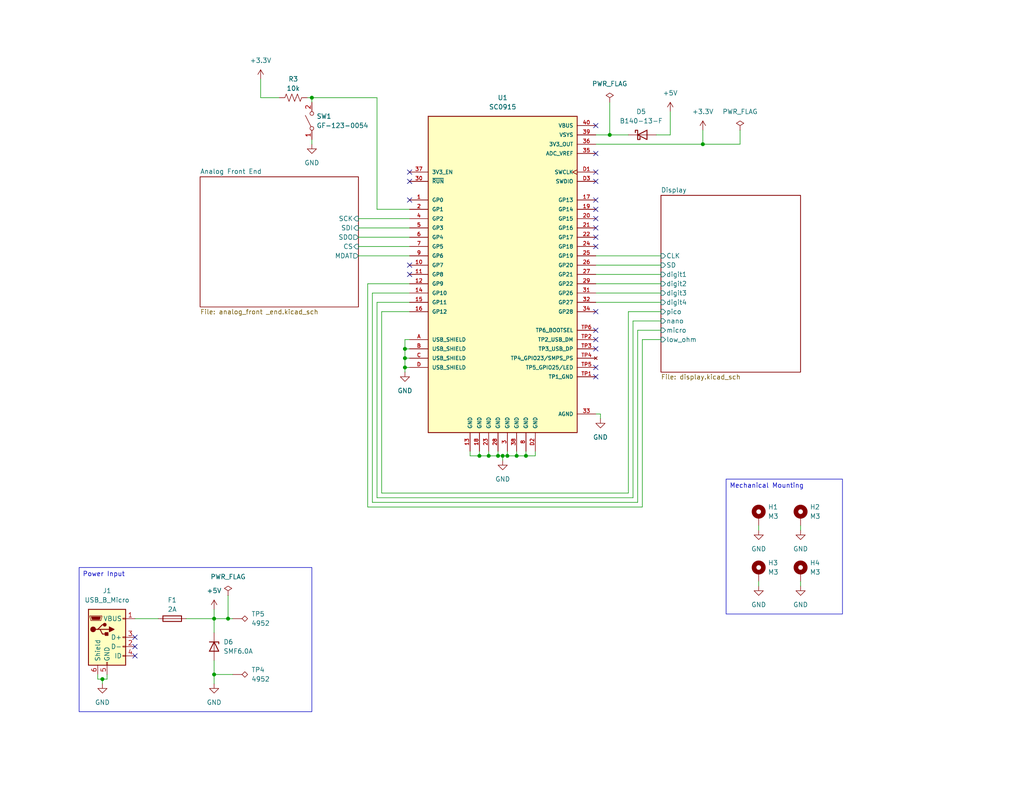
<source format=kicad_sch>
(kicad_sch (version 20231120) (generator "eeschema") (generator_version "8.0")
  (paper "USLetter")
  (title_block (title "Multimeter") (rev "1"))
  (lib_symbols
    (symbol "Connector:TestPoint_Alt" (pin_numbers hide) (pin_names (offset 0.762) hide)
      (property "Reference" "TP" (at 0 6.858 0))
      (property "Value" "TestPoint_Alt" (at 0 5.08 0))
      (symbol "TestPoint_Alt_0_1"
        (polyline (pts (xy 0 2.54) (xy -0.762 3.302) (xy 0 4.064) (xy 0.762 3.302) (xy 0 2.54)))
      )
      (symbol "TestPoint_Alt_1_1"
        (pin passive line (at 0 0 90) (length 2.54) (name "1") (number "1"))
      )
    )
    (symbol "Connector:USB_B_Micro" (pin_names (offset 1.016))
      (property "Reference" "J" (at -5.08 11.43 0))
      (property "Value" "USB_B_Micro" (at -5.08 8.89 0))
      (symbol "USB_B_Micro_0_1"
        (rectangle (start -5.08 -7.62) (end 5.08 7.62) (stroke (width 0.254)) (fill (type background)))
        (circle (center -3.81 2.159) (radius 0.635) (stroke (width 0.254)) (fill (type outline)))
        (circle (center -0.635 3.429) (radius 0.381) (stroke (width 0.254)) (fill (type outline)))
        (rectangle (start -0.127 -7.62) (end 0.127 -6.858))
        (polyline (pts (xy -1.905 2.159) (xy 0.635 2.159)) (stroke (width 0.254)))
        (polyline (pts (xy -3.175 2.159) (xy -2.54 2.159) (xy -1.27 3.429) (xy -0.635 3.429)) (stroke (width 0.254)))
        (polyline (pts (xy -2.54 2.159) (xy -1.905 2.159) (xy -1.27 0.889) (xy 0 0.889)) (stroke (width 0.254)))
        (polyline (pts (xy 0.635 2.794) (xy 0.635 1.524) (xy 1.905 2.159) (xy 0.635 2.794)) (stroke (width 0.254)) (fill (type outline)))
        (polyline (pts (xy -4.318 5.588) (xy -1.778 5.588) (xy -2.032 4.826) (xy -4.064 4.826) (xy -4.318 5.588)) (fill (type outline)))
        (polyline (pts (xy -4.699 5.842) (xy -4.699 5.588) (xy -4.445 4.826) (xy -4.445 4.572) (xy -1.651 4.572) (xy -1.651 4.826) (xy -1.397 5.588) (xy -1.397 5.842) (xy -4.699 5.842)))
        (rectangle (start 0.254 1.27) (end -0.508 0.508) (stroke (width 0.254)) (fill (type outline)))
        (rectangle (start 5.08 -5.207) (end 4.318 -4.953))
        (rectangle (start 5.08 -2.667) (end 4.318 -2.413))
        (rectangle (start 5.08 -0.127) (end 4.318 0.127))
        (rectangle (start 5.08 4.953) (end 4.318 5.207))
      )
      (symbol "USB_B_Micro_1_1"
        (pin power_out line (at 7.62 5.08 180) (length 2.54) (name "VBUS") (number "1"))
        (pin bidirectional line (at 7.62 -2.54 180) (length 2.54) (name "D-") (number "2"))
        (pin bidirectional line (at 7.62 0 180) (length 2.54) (name "D+") (number "3"))
        (pin passive line (at 7.62 -5.08 180) (length 2.54) (name "ID") (number "4"))
        (pin power_out line (at 0 -10.16 90) (length 2.54) (name "GND") (number "5"))
        (pin passive line (at -2.54 -10.16 90) (length 2.54) (name "Shield") (number "6"))
      )
    )
    (symbol "Device:D_Schottky" (pin_numbers hide) (pin_names (offset 1.016) hide)
      (property "Reference" "D" (at 0 2.54 0))
      (property "Value" "D_Schottky" (at 0 -2.54 0))
      (symbol "D_Schottky_0_1"
        (polyline (pts (xy 1.27 0) (xy -1.27 0)))
        (polyline (pts (xy 1.27 1.27) (xy 1.27 -1.27) (xy -1.27 0) (xy 1.27 1.27)) (stroke (width 0.254)))
        (polyline (pts (xy -1.905 0.635) (xy -1.905 1.27) (xy -1.27 1.27) (xy -1.27 -1.27) (xy -0.635 -1.27) (xy -0.635 -0.635)) (stroke (width 0.254)))
      )
      (symbol "D_Schottky_1_1"
        (pin passive line (at -3.81 0 0) (length 2.54) (name "K") (number "1"))
        (pin passive line (at 3.81 0 180) (length 2.54) (name "A") (number "2"))
      )
    )
    (symbol "Device:D_Zener" (pin_numbers hide) (pin_names (offset 1.016) hide)
      (property "Reference" "D" (at 0 2.54 0))
      (property "Value" "D_Zener" (at 0 -2.54 0))
      (symbol "D_Zener_0_1"
        (polyline (pts (xy 1.27 0) (xy -1.27 0)))
        (polyline (pts (xy -1.27 -1.27) (xy -1.27 1.27) (xy -0.762 1.27)) (stroke (width 0.254)))
        (polyline (pts (xy 1.27 -1.27) (xy 1.27 1.27) (xy -1.27 0) (xy 1.27 -1.27)) (stroke (width 0.254)))
      )
      (symbol "D_Zener_1_1"
        (pin passive line (at -3.81 0 0) (length 2.54) (name "K") (number "1"))
        (pin passive line (at 3.81 0 180) (length 2.54) (name "A") (number "2"))
      )
    )
    (symbol "Device:Fuse" (pin_numbers hide) (pin_names (offset 0))
      (property "Reference" "F" (at 2.032 0 90))
      (property "Value" "Fuse" (at -1.905 0 90))
      (symbol "Fuse_0_1"
        (rectangle (start -0.762 -2.54) (end 0.762 2.54) (stroke (width 0.254)))
        (polyline (pts (xy 0 2.54) (xy 0 -2.54)))
      )
      (symbol "Fuse_1_1"
        (pin passive line (at 0 3.81 270) (length 1.27) (name "~") (number "1"))
        (pin passive line (at 0 -3.81 90) (length 1.27) (name "~") (number "2"))
      )
    )
    (symbol "Device:R_US" (pin_numbers hide) (pin_names (offset 0))
      (property "Reference" "R" (at 2.54 0 90))
      (property "Value" "R_US" (at -2.54 0 90))
      (symbol "R_US_0_1"
        (polyline (pts (xy 0 -2.286) (xy 0 -2.54)))
        (polyline (pts (xy 0 2.286) (xy 0 2.54)))
        (polyline (pts (xy 0 -0.762) (xy 1.016 -1.143) (xy 0 -1.524) (xy -1.016 -1.905) (xy 0 -2.286)))
        (polyline (pts (xy 0 0.762) (xy 1.016 0.381) (xy 0 0) (xy -1.016 -0.381) (xy 0 -0.762)))
        (polyline (pts (xy 0 2.286) (xy 1.016 1.905) (xy 0 1.524) (xy -1.016 1.143) (xy 0 0.762)))
      )
      (symbol "R_US_1_1"
        (pin passive line (at 0 3.81 270) (length 1.27) (name "~") (number "1"))
        (pin passive line (at 0 -3.81 90) (length 1.27) (name "~") (number "2"))
      )
    )
    (symbol "Mechanical:MountingHole_Pad" (pin_numbers hide) (pin_names (offset 1.016) hide)
      (property "Reference" "H" (at 0 6.35 0))
      (property "Value" "MountingHole_Pad" (at 0 4.445 0))
      (symbol "MountingHole_Pad_0_1"
        (circle (center 0 1.27) (radius 1.27) (stroke (width 1.27)))
      )
      (symbol "MountingHole_Pad_1_1"
        (pin input line (at 0 -2.54 90) (length 2.54) (name "1") (number "1"))
      )
    )
    (symbol "Switch:SW_SPST" (pin_names (offset 0) hide)
      (property "Reference" "SW" (at 0 3.175 0))
      (property "Value" "SW_SPST" (at 0 -2.54 0))
      (symbol "SW_SPST_0_0"
        (circle (center -2.032 0) (radius 0.508))
        (polyline (pts (xy -1.524 0.254) (xy 1.524 1.778)))
        (circle (center 2.032 0) (radius 0.508))
      )
      (symbol "SW_SPST_1_1"
        (pin passive line (at -5.08 0 0) (length 2.54) (name "A") (number "1"))
        (pin passive line (at 5.08 0 180) (length 2.54) (name "B") (number "2"))
      )
    )
    (symbol "multimeter_parts:SC0915" (pin_names (offset 1.016))
      (property "Reference" "U" (at -20.32 44.069 0))
      (property "Value" "SC0915" (at 10.16 43.18 0))
      (symbol "SC0915_0_0"
        (rectangle (start -20.32 -43.18) (end 20.32 43.18) (stroke (width 0.254)) (fill (type background)))
        (pin bidirectional line (at -25.4 20.32 0) (length 5.08) (name "GP0") (number "1"))
        (pin bidirectional line (at -25.4 2.54 0) (length 5.08) (name "GP7") (number "10"))
        (pin bidirectional line (at -25.4 0 0) (length 5.08) (name "GP8") (number "11"))
        (pin bidirectional line (at -25.4 -2.54 0) (length 5.08) (name "GP9") (number "12"))
        (pin power_in line (at -8.89 -48.26 90) (length 5.08) (name "GND") (number "13"))
        (pin bidirectional line (at -25.4 -5.08 0) (length 5.08) (name "GP10") (number "14"))
        (pin bidirectional line (at -25.4 -7.62 0) (length 5.08) (name "GP11") (number "15"))
        (pin bidirectional line (at -25.4 -10.16 0) (length 5.08) (name "GP12") (number "16"))
        (pin bidirectional line (at 25.4 20.32 180) (length 5.08) (name "GP13") (number "17"))
        (pin power_in line (at -6.35 -48.26 90) (length 5.08) (name "GND") (number "18"))
        (pin bidirectional line (at 25.4 17.78 180) (length 5.08) (name "GP14") (number "19"))
        (pin bidirectional line (at -25.4 17.78 0) (length 5.08) (name "GP1") (number "2"))
        (pin bidirectional line (at 25.4 15.24 180) (length 5.08) (name "GP15") (number "20"))
        (pin bidirectional line (at 25.4 12.7 180) (length 5.08) (name "GP16") (number "21"))
        (pin bidirectional line (at 25.4 10.16 180) (length 5.08) (name "GP17") (number "22"))
        (pin power_in line (at -3.81 -48.26 90) (length 5.08) (name "GND") (number "23"))
        (pin bidirectional line (at 25.4 7.62 180) (length 5.08) (name "GP18") (number "24"))
        (pin bidirectional line (at 25.4 5.08 180) (length 5.08) (name "GP19") (number "25"))
        (pin bidirectional line (at 25.4 2.54 180) (length 5.08) (name "GP20") (number "26"))
        (pin bidirectional line (at 25.4 0 180) (length 5.08) (name "GP21") (number "27"))
        (pin power_in line (at -1.27 -48.26 90) (length 5.08) (name "GND") (number "28"))
        (pin bidirectional line (at 25.4 -2.54 180) (length 5.08) (name "GP22") (number "29"))
        (pin power_in line (at 1.27 -48.26 90) (length 5.08) (name "GND") (number "3"))
        (pin input line (at -25.4 25.4 0) (length 5.08) (name "~{RUN}") (number "30"))
        (pin bidirectional line (at 25.4 -5.08 180) (length 5.08) (name "GP26") (number "31"))
        (pin bidirectional line (at 25.4 -7.62 180) (length 5.08) (name "GP27") (number "32"))
        (pin power_in line (at 25.4 -38.1 180) (length 5.08) (name "AGND") (number "33"))
        (pin bidirectional line (at 25.4 -10.16 180) (length 5.08) (name "GP28") (number "34"))
        (pin power_in line (at 25.4 33.02 180) (length 5.08) (name "ADC_VREF") (number "35"))
        (pin power_in line (at 25.4 35.56 180) (length 5.08) (name "3V3_OUT") (number "36"))
        (pin input line (at -25.4 27.94 0) (length 5.08) (name "3V3_EN") (number "37"))
        (pin power_in line (at 3.81 -48.26 90) (length 5.08) (name "GND") (number "38"))
        (pin power_in line (at 25.4 38.1 180) (length 5.08) (name "VSYS") (number "39"))
        (pin bidirectional line (at -25.4 15.24 0) (length 5.08) (name "GP2") (number "4"))
        (pin power_in line (at 25.4 40.64 180) (length 5.08) (name "VBUS") (number "40"))
        (pin bidirectional line (at -25.4 12.7 0) (length 5.08) (name "GP3") (number "5"))
        (pin bidirectional line (at -25.4 10.16 0) (length 5.08) (name "GP4") (number "6"))
        (pin bidirectional line (at -25.4 7.62 0) (length 5.08) (name "GP5") (number "7"))
        (pin power_in line (at 6.35 -48.26 90) (length 5.08) (name "GND") (number "8"))
        (pin bidirectional line (at -25.4 5.08 0) (length 5.08) (name "GP6") (number "9"))
        (pin power_in line (at -25.4 -17.78 0) (length 5.08) (name "USB_SHIELD") (number "A"))
        (pin power_in line (at -25.4 -20.32 0) (length 5.08) (name "USB_SHIELD") (number "B"))
        (pin power_in line (at -25.4 -22.86 0) (length 5.08) (name "USB_SHIELD") (number "C"))
        (pin power_in line (at -25.4 -25.4 0) (length 5.08) (name "USB_SHIELD") (number "D"))
        (pin input clock (at 25.4 27.94 180) (length 5.08) (name "SWCLK") (number "D1"))
        (pin power_in line (at 8.89 -48.26 90) (length 5.08) (name "GND") (number "D2"))
        (pin bidirectional line (at 25.4 25.4 180) (length 5.08) (name "SWDIO") (number "D3"))
        (pin power_in line (at 25.4 -27.94 180) (length 5.08) (name "TP1_GND") (number "TP1"))
        (pin bidirectional line (at 25.4 -17.78 180) (length 5.08) (name "TP2_USB_DM") (number "TP2"))
        (pin bidirectional line (at 25.4 -20.32 180) (length 5.08) (name "TP3_USB_DP") (number "TP3"))
        (pin no_connect line (at 25.4 -22.86 180) (length 5.08) (name "TP4_GPIO23/SMPS_PS") (number "TP4"))
        (pin output line (at 25.4 -25.4 180) (length 5.08) (name "TP5_GPIO25/LED") (number "TP5"))
        (pin input line (at 25.4 -15.24 180) (length 5.08) (name "TP6_BOOTSEL") (number "TP6"))
      )
    )
    (symbol "power:+3.3V" (power) (pin_names (offset 0))
      (property "Value" "+3.3V" (at 0 3.556 0))
      (symbol "+3.3V_0_1"
        (polyline (pts (xy -0.762 1.27) (xy 0 2.54)))
        (polyline (pts (xy 0 0) (xy 0 2.54)))
        (polyline (pts (xy 0 2.54) (xy 0.762 1.27)))
      )
      (symbol "+3.3V_1_1"
        (pin power_in line (at 0 0 90) (length 0) hide (name "+3.3V") (number "1"))
      )
    )
    (symbol "power:+5V" (power) (pin_names (offset 0))
      (property "Value" "+5V" (at 0 3.556 0))
      (symbol "+5V_0_1"
        (polyline (pts (xy -0.762 1.27) (xy 0 2.54)))
        (polyline (pts (xy 0 0) (xy 0 2.54)))
        (polyline (pts (xy 0 2.54) (xy 0.762 1.27)))
      )
      (symbol "+5V_1_1"
        (pin power_in line (at 0 0 90) (length 0) hide (name "+5V") (number "1"))
      )
    )
    (symbol "power:GND" (power) (pin_names (offset 0))
      (property "Value" "GND" (at 0 -3.81 0))
      (symbol "GND_0_1"
        (polyline (pts (xy 0 0) (xy 0 -1.27) (xy 1.27 -1.27) (xy 0 -2.54) (xy -1.27 -1.27) (xy 0 -1.27)))
      )
      (symbol "GND_1_1"
        (pin power_in line (at 0 0 270) (length 0) hide (name "GND") (number "1"))
      )
    )
    (symbol "power:PWR_FLAG" (power) (pin_numbers hide) (pin_names (offset 0) hide)
      (property "Value" "PWR_FLAG" (at 0 3.81 0))
      (symbol "PWR_FLAG_0_0"
        (pin power_out line (at 0 0 90) (length 0) (name "pwr") (number "1"))
      )
      (symbol "PWR_FLAG_0_1"
        (polyline (pts (xy 0 0) (xy 0 1.27) (xy -1.016 1.905) (xy 0 2.54) (xy 1.016 1.905) (xy 0 1.27)))
      )
    )
  )
  (junction (at 140.97 124.46))
  (junction (at 166.37 36.83))
  (junction (at 58.42 168.91))
  (junction (at 138.43 124.46))
  (junction (at 27.94 185.42))
  (junction (at 137.16 124.46))
  (junction (at 62.23 168.91))
  (junction (at 58.42 184.15))
  (junction (at 191.77 39.37))
  (junction (at 133.35 124.46))
  (junction (at 110.49 100.33))
  (junction (at 135.89 124.46))
  (junction (at 110.49 97.79))
  (junction (at 85.09 26.67))
  (junction (at 130.81 124.46))
  (junction (at 143.51 124.46))
  (junction (at 110.49 95.25))
  (no_connect (at 162.56 100.33))
  (no_connect (at 162.56 34.29))
  (no_connect (at 162.56 59.69))
  (no_connect (at 111.76 46.99))
  (no_connect (at 162.56 46.99))
  (no_connect (at 36.83 176.53))
  (no_connect (at 162.56 67.31))
  (no_connect (at 162.56 57.15))
  (no_connect (at 111.76 54.61))
  (no_connect (at 162.56 85.09))
  (no_connect (at 111.76 72.39))
  (no_connect (at 162.56 41.91))
  (no_connect (at 162.56 102.87))
  (no_connect (at 111.76 49.53))
  (no_connect (at 162.56 62.23))
  (no_connect (at 162.56 49.53))
  (no_connect (at 36.83 179.07))
  (no_connect (at 111.76 74.93))
  (no_connect (at 36.83 173.99))
  (no_connect (at 162.56 64.77))
  (no_connect (at 162.56 92.71))
  (no_connect (at 162.56 90.17))
  (no_connect (at 162.56 95.25))
  (no_connect (at 162.56 54.61))
  (wire (pts (xy 102.87 57.15) (xy 111.76 57.15)))
  (wire (pts (xy 180.34 87.63) (xy 172.72 87.63)))
  (wire (pts (xy 58.42 168.91) (xy 58.42 172.72)))
  (wire (pts (xy 135.89 123.19) (xy 135.89 124.46)))
  (wire (pts (xy 172.72 135.89) (xy 102.87 135.89)))
  (wire (pts (xy 71.12 21.59) (xy 71.12 26.67)))
  (wire (pts (xy 62.23 168.91) (xy 63.5 168.91)))
  (wire (pts (xy 128.27 124.46) (xy 130.81 124.46)))
  (wire (pts (xy 128.27 123.19) (xy 128.27 124.46)))
  (wire (pts (xy 162.56 113.03) (xy 163.83 113.03)))
  (wire (pts (xy 140.97 123.19) (xy 140.97 124.46)))
  (wire (pts (xy 85.09 38.1) (xy 85.09 39.37)))
  (wire (pts (xy 218.44 143.51) (xy 218.44 144.78)))
  (wire (pts (xy 162.56 82.55) (xy 180.34 82.55)))
  (wire (pts (xy 207.01 158.75) (xy 207.01 160.02)))
  (wire (pts (xy 97.79 62.23) (xy 111.76 62.23)))
  (wire (pts (xy 110.49 95.25) (xy 111.76 95.25)))
  (wire (pts (xy 171.45 85.09) (xy 171.45 134.62)))
  (wire (pts (xy 110.49 97.79) (xy 111.76 97.79)))
  (wire (pts (xy 85.09 26.67) (xy 85.09 27.94)))
  (wire (pts (xy 162.56 72.39) (xy 180.34 72.39)))
  (wire (pts (xy 110.49 92.71) (xy 111.76 92.71)))
  (wire (pts (xy 102.87 82.55) (xy 111.76 82.55)))
  (wire (pts (xy 29.21 184.15) (xy 29.21 185.42)))
  (wire (pts (xy 138.43 124.46) (xy 140.97 124.46)))
  (wire (pts (xy 110.49 95.25) (xy 110.49 92.71)))
  (wire (pts (xy 162.56 80.01) (xy 180.34 80.01)))
  (wire (pts (xy 180.34 92.71) (xy 175.26 92.71)))
  (wire (pts (xy 130.81 123.19) (xy 130.81 124.46)))
  (wire (pts (xy 146.05 124.46) (xy 146.05 123.19)))
  (wire (pts (xy 27.94 185.42) (xy 29.21 185.42)))
  (wire (pts (xy 97.79 59.69) (xy 111.76 59.69)))
  (wire (pts (xy 58.42 168.91) (xy 62.23 168.91)))
  (wire (pts (xy 110.49 100.33) (xy 111.76 100.33)))
  (wire (pts (xy 163.83 113.03) (xy 163.83 114.3)))
  (wire (pts (xy 26.67 184.15) (xy 26.67 185.42)))
  (wire (pts (xy 58.42 184.15) (xy 58.42 186.69)))
  (wire (pts (xy 175.26 92.71) (xy 175.26 138.43)))
  (wire (pts (xy 110.49 97.79) (xy 110.49 95.25)))
  (wire (pts (xy 162.56 77.47) (xy 180.34 77.47)))
  (wire (pts (xy 50.8 168.91) (xy 58.42 168.91)))
  (wire (pts (xy 97.79 69.85) (xy 111.76 69.85)))
  (wire (pts (xy 135.89 124.46) (xy 137.16 124.46)))
  (wire (pts (xy 138.43 123.19) (xy 138.43 124.46)))
  (wire (pts (xy 71.12 26.67) (xy 76.2 26.67)))
  (wire (pts (xy 97.79 67.31) (xy 111.76 67.31)))
  (wire (pts (xy 102.87 135.89) (xy 102.87 82.55)))
  (wire (pts (xy 191.77 39.37) (xy 191.77 35.56)))
  (wire (pts (xy 83.82 26.67) (xy 85.09 26.67)))
  (wire (pts (xy 173.99 90.17) (xy 173.99 137.16)))
  (wire (pts (xy 62.23 162.56) (xy 62.23 168.91)))
  (wire (pts (xy 180.34 90.17) (xy 173.99 90.17)))
  (wire (pts (xy 175.26 138.43) (xy 100.33 138.43)))
  (wire (pts (xy 58.42 184.15) (xy 63.5 184.15)))
  (wire (pts (xy 133.35 124.46) (xy 135.89 124.46)))
  (wire (pts (xy 85.09 26.67) (xy 102.87 26.67)))
  (wire (pts (xy 110.49 100.33) (xy 110.49 97.79)))
  (wire (pts (xy 104.14 134.62) (xy 104.14 85.09)))
  (wire (pts (xy 102.87 26.67) (xy 102.87 57.15)))
  (wire (pts (xy 218.44 158.75) (xy 218.44 160.02)))
  (wire (pts (xy 143.51 124.46) (xy 146.05 124.46)))
  (wire (pts (xy 162.56 36.83) (xy 166.37 36.83)))
  (wire (pts (xy 191.77 39.37) (xy 201.93 39.37)))
  (wire (pts (xy 207.01 143.51) (xy 207.01 144.78)))
  (wire (pts (xy 100.33 77.47) (xy 111.76 77.47)))
  (wire (pts (xy 143.51 123.19) (xy 143.51 124.46)))
  (wire (pts (xy 36.83 168.91) (xy 43.18 168.91)))
  (wire (pts (xy 171.45 134.62) (xy 104.14 134.62)))
  (wire (pts (xy 101.6 137.16) (xy 101.6 80.01)))
  (wire (pts (xy 140.97 124.46) (xy 143.51 124.46)))
  (wire (pts (xy 137.16 124.46) (xy 137.16 125.73)))
  (wire (pts (xy 162.56 39.37) (xy 191.77 39.37)))
  (wire (pts (xy 180.34 85.09) (xy 171.45 85.09)))
  (wire (pts (xy 166.37 27.94) (xy 166.37 36.83)))
  (wire (pts (xy 201.93 39.37) (xy 201.93 35.56)))
  (wire (pts (xy 130.81 124.46) (xy 133.35 124.46)))
  (wire (pts (xy 100.33 138.43) (xy 100.33 77.47)))
  (wire (pts (xy 182.88 36.83) (xy 179.07 36.83)))
  (wire (pts (xy 58.42 180.34) (xy 58.42 184.15)))
  (wire (pts (xy 101.6 80.01) (xy 111.76 80.01)))
  (wire (pts (xy 133.35 123.19) (xy 133.35 124.46)))
  (wire (pts (xy 162.56 74.93) (xy 180.34 74.93)))
  (wire (pts (xy 162.56 69.85) (xy 180.34 69.85)))
  (wire (pts (xy 173.99 137.16) (xy 101.6 137.16)))
  (wire (pts (xy 104.14 85.09) (xy 111.76 85.09)))
  (wire (pts (xy 27.94 185.42) (xy 27.94 186.69)))
  (wire (pts (xy 137.16 124.46) (xy 138.43 124.46)))
  (wire (pts (xy 166.37 36.83) (xy 171.45 36.83)))
  (wire (pts (xy 172.72 87.63) (xy 172.72 135.89)))
  (wire (pts (xy 58.42 168.91) (xy 58.42 166.37)))
  (wire (pts (xy 26.67 185.42) (xy 27.94 185.42)))
  (wire (pts (xy 110.49 101.6) (xy 110.49 100.33)))
  (wire (pts (xy 97.79 64.77) (xy 111.76 64.77)))
  (wire (pts (xy 182.88 30.48) (xy 182.88 36.83)))
  (text_box "Power Input" (at 21.59 154.94 0) (size 63.5 39.37) (effects (font (size 1.27 1.27)) (justify left top)))
  (text_box "Mechanical Mounting" (at 198.12 130.81 0) (size 31.75 36.83) (effects (font (size 1.27 1.27)) (justify left top)))
  (symbol (lib_id "Mechanical:MountingHole_Pad") (at 218.44 140.97 0) (unit 1)
    (property "Reference" "H2" (at 220.98 138.43 0) (effects (justify left)))
    (property "Value" "M3" (at 220.98 140.97 0) (effects (justify left)))
    (property "Footprint" "MountingHole:MountingHole_2.7mm_Pad_Via" (effects (hide yes)))
  )
  (symbol (lib_id "power:+3.3V") (at 191.77 35.56 0) (unit 1)
    (property "Reference" "#PWR028" (effects (hide yes)))
    (property "Value" "+3.3V" (at 191.77 30.48 0))
  )
  (symbol (lib_id "Connector:USB_B_Micro") (at 29.21 173.99 0) (unit 1)
    (property "Reference" "J1" (at 29.21 161.29 0))
    (property "Value" "USB_B_Micro" (at 29.21 163.83 0))
    (property "Footprint" "Connector_USB:USB_Micro-AB_Molex_47590-0001" (effects (hide yes)))
    (property "Digikey Part #" "WM17144CT-ND" (effects (hide yes)))
    (property "Part #" "0475900001" (effects (hide yes)))
    (property "Unit Price" "0.86" (effects (hide yes)))
  )
  (symbol (lib_id "Connector:TestPoint_Alt") (at 63.5 168.91 270) (unit 1)
    (property "Reference" "TP5" (at 68.58 167.64 90) (effects (justify left)))
    (property "Value" "4952" (at 68.58 170.18 90) (effects (justify left)))
    (property "Footprint" "TestPoint:TestPoint_THTPad_1.5x1.5mm_Drill0.7mm" (effects (hide yes)))
    (property "Digikey Part #" "36-4952-ND" (effects (hide yes)))
    (property "Part #" "4952" (effects (hide yes)))
    (property "Unit Price" "0.26" (effects (hide yes)))
  )
  (symbol (lib_id "power:+3.3V") (at 71.12 21.59 0) (unit 1)
    (property "Reference" "#PWR043" (effects (hide yes)))
    (property "Value" "+3.3V" (at 71.12 16.51 0))
  )
  (symbol (lib_id "Device:D_Zener") (at 58.42 176.53 270) (unit 1)
    (property "Reference" "D6" (at 60.96 175.26 90) (effects (justify left)))
    (property "Value" "SMF6.0A" (at 60.96 177.8 90) (effects (justify left)))
    (property "Footprint" "Diode_SMD:D_SOD-123F" (effects (hide yes)))
    (property "Digikey Part #" "F5749CT-ND" (effects (hide yes)))
    (property "Part #" "SMF6.0A" (effects (hide yes)))
    (property "Unit Price" "0.45" (effects (hide yes)))
  )
  (symbol (lib_id "power:GND") (at 218.44 144.78 0) (unit 1)
    (property "Reference" "#PWR014" (effects (hide yes)))
    (property "Value" "GND" (at 218.44 149.86 0))
  )
  (symbol (lib_id "power:GND") (at 137.16 125.73 0) (unit 1)
    (property "Reference" "#PWR04" (effects (hide yes)))
    (property "Value" "GND" (at 137.16 130.81 0))
  )
  (symbol (lib_id "Connector:TestPoint_Alt") (at 63.5 184.15 270) (unit 1)
    (property "Reference" "TP4" (at 68.58 182.88 90) (effects (justify left)))
    (property "Value" "4952" (at 68.58 185.42 90) (effects (justify left)))
    (property "Footprint" "TestPoint:TestPoint_THTPad_1.5x1.5mm_Drill0.7mm" (effects (hide yes)))
    (property "Digikey Part #" "36-4952-ND" (effects (hide yes)))
    (property "Part #" "4952" (effects (hide yes)))
    (property "Unit Price" "0.26" (effects (hide yes)))
  )
  (symbol (lib_id "multimeter_parts:SC0915") (at 137.16 74.93 0) (unit 1)
    (property "Reference" "U1" (at 137.16 26.67 0))
    (property "Value" "SC0915" (at 137.16 29.21 0))
    (property "Footprint" "Multimeter:MODULE_SC0915" (effects (hide yes)))
    (property "Digikey Part #" "2648-SC0915CT-ND" (effects (hide yes)))
    (property "Part #" "SC0915" (effects (hide yes)))
    (property "Unit Price" "4.00" (effects (hide yes)))
  )
  (symbol (lib_id "power:GND") (at 110.49 101.6 0) (unit 1)
    (property "Reference" "#PWR010" (effects (hide yes)))
    (property "Value" "GND" (at 110.49 106.68 0))
  )
  (symbol (lib_id "power:GND") (at 218.44 160.02 0) (unit 1)
    (property "Reference" "#PWR038" (effects (hide yes)))
    (property "Value" "GND" (at 218.44 165.1 0))
  )
  (symbol (lib_id "Mechanical:MountingHole_Pad") (at 218.44 156.21 0) (unit 1)
    (property "Reference" "H4" (at 220.98 153.67 0) (effects (justify left)))
    (property "Value" "M3" (at 220.98 156.21 0) (effects (justify left)))
    (property "Footprint" "MountingHole:MountingHole_2.7mm_Pad_Via" (effects (hide yes)))
  )
  (symbol (lib_id "power:GND") (at 163.83 114.3 0) (unit 1)
    (property "Reference" "#PWR05" (effects (hide yes)))
    (property "Value" "GND" (at 163.83 119.38 0))
  )
  (symbol (lib_id "power:PWR_FLAG") (at 62.23 162.56 0) (unit 1)
    (property "Reference" "#FLG02" (effects (hide yes)))
    (property "Value" "PWR_FLAG" (at 62.23 157.48 0))
  )
  (symbol (lib_id "power:GND") (at 85.09 39.37 0) (unit 1)
    (property "Reference" "#PWR042" (effects (hide yes)))
    (property "Value" "GND" (at 85.09 44.45 0))
  )
  (symbol (lib_id "Mechanical:MountingHole_Pad") (at 207.01 140.97 0) (unit 1)
    (property "Reference" "H1" (at 209.55 138.43 0) (effects (justify left)))
    (property "Value" "M3" (at 209.55 140.97 0) (effects (justify left)))
    (property "Footprint" "MountingHole:MountingHole_2.7mm_Pad_Via" (effects (hide yes)))
  )
  (symbol (lib_id "power:GND") (at 207.01 144.78 0) (unit 1)
    (property "Reference" "#PWR013" (effects (hide yes)))
    (property "Value" "GND" (at 207.01 149.86 0))
  )
  (symbol (lib_id "Device:D_Schottky") (at 175.26 36.83 0) (unit 1)
    (property "Reference" "D5" (at 174.9425 30.48 0))
    (property "Value" "B140-13-F" (at 174.9425 33.02 0))
    (property "Footprint" "Diode_SMD:D_0805_2012Metric" (effects (hide yes)))
    (property "Digikey Part #" "B140-FDICT-ND" (effects (hide yes)))
    (property "Part #" "B140-13-F" (effects (hide yes)))
    (property "Unit Price" "0.39" (effects (hide yes)))
  )
  (symbol (lib_id "power:GND") (at 207.01 160.02 0) (unit 1)
    (property "Reference" "#PWR015" (effects (hide yes)))
    (property "Value" "GND" (at 207.01 165.1 0))
  )
  (symbol (lib_id "Device:Fuse") (at 46.99 168.91 90) (unit 1)
    (property "Reference" "F1" (at 46.99 163.83 90))
    (property "Value" "2A" (at 46.99 166.37 90))
    (property "Footprint" "Diode_SMD:D_0805_2012Metric" (effects (hide yes)))
    (property "Digikey Part #" "2315-FCC20202AATPCT-ND" (effects (hide yes)))
    (property "Part #" "FCC20202AATP" (effects (hide yes)))
    (property "Unit Price" "0.1" (effects (hide yes)))
  )
  (symbol (lib_id "Mechanical:MountingHole_Pad") (at 207.01 156.21 0) (unit 1)
    (property "Reference" "H3" (at 209.55 153.67 0) (effects (justify left)))
    (property "Value" "M3" (at 209.55 156.21 0) (effects (justify left)))
    (property "Footprint" "MountingHole:MountingHole_2.7mm_Pad_Via" (effects (hide yes)))
  )
  (symbol (lib_id "power:GND") (at 58.42 186.69 0) (unit 1)
    (property "Reference" "#PWR09" (effects (hide yes)))
    (property "Value" "GND" (at 58.42 191.77 0))
  )
  (symbol (lib_id "power:PWR_FLAG") (at 201.93 35.56 0) (unit 1)
    (property "Reference" "#FLG03" (effects (hide yes)))
    (property "Value" "PWR_FLAG" (at 201.93 30.48 0))
  )
  (symbol (lib_id "power:PWR_FLAG") (at 166.37 27.94 0) (unit 1)
    (property "Reference" "#FLG01" (effects (hide yes)))
    (property "Value" "PWR_FLAG" (at 166.37 22.86 0))
  )
  (symbol (lib_id "power:+5V") (at 58.42 166.37 0) (unit 1)
    (property "Reference" "#PWR08" (effects (hide yes)))
    (property "Value" "+5V" (at 58.42 161.29 0))
  )
  (symbol (lib_id "Switch:SW_SPST") (at 85.09 33.02 90) (unit 1)
    (property "Reference" "SW1" (at 86.36 31.75 90) (effects (justify right)))
    (property "Value" "GF-123-0054" (at 86.36 34.29 90) (effects (justify right)))
    (property "Footprint" "Multimeter:SW_GF-123-0054" (effects (hide yes)))
    (property "Digikey Part #" "CWI333-ND" (effects (hide yes)))
    (property "Part #" "GF-123-0054" (effects (hide yes)))
    (property "Unit Price" "1.5" (effects (hide yes)))
  )
  (symbol (lib_id "power:+5V") (at 182.88 30.48 0) (unit 1)
    (property "Reference" "#PWR03" (effects (hide yes)))
    (property "Value" "+5V" (at 182.88 25.4 0))
  )
  (symbol (lib_id "Device:R_US") (at 80.01 26.67 90) (unit 1)
    (property "Reference" "R3" (at 80.01 21.59 90))
    (property "Value" "10k" (at 80.01 24.13 90))
    (property "Footprint" "Capacitor_SMD:C_0805_2012Metric_Pad1.18x1.45mm_HandSolder" (effects (hide yes)))
    (property "Digikey Part #" "RMCF0805FT10K0CT-ND" (effects (hide yes)))
    (property "Part #" "RMCF0805FT10K0" (effects (hide yes)))
    (property "Unit Price" "0.1" (effects (hide yes)))
  )
  (symbol (lib_id "power:GND") (at 27.94 186.69 0) (unit 1)
    (property "Reference" "#PWR07" (effects (hide yes)))
    (property "Value" "GND" (at 27.94 191.77 0))
  )
  (sheet (at 54.61 48.26) (size 43.18 35.56) (stroke (width 0.1524))
    (property "Sheetname" "Analog Front End" (at 54.61 47.5484 0) (effects (justify left bottom)))
    (property "Sheetfile" "analog_front _end.kicad_sch" (at 54.61 84.4046 0) (effects (justify left top)))
    (pin "SDI" input (at 97.79 62.23 0))
    (pin "SDO" output (at 97.79 64.77 0))
    (pin "SCK" input (at 97.79 59.69 0))
    (pin "CS" input (at 97.79 67.31 0))
    (pin "MDAT" output (at 97.79 69.85 0))
  )
  (sheet (at 180.34 53.34) (size 38.1 48.26) (stroke (width 0.1524))
    (property "Sheetname" "Display" (at 180.34 52.6284 0) (effects (justify left bottom)))
    (property "Sheetfile" "display.kicad_sch" (at 180.34 102.1846 0) (effects (justify left top)))
    (pin "digit2" input (at 180.34 77.47 180))
    (pin "digit1" input (at 180.34 74.93 180))
    (pin "digit3" input (at 180.34 80.01 180))
    (pin "digit4" input (at 180.34 82.55 180))
    (pin "low_ohm" input (at 180.34 92.71 180))
    (pin "pico" input (at 180.34 85.09 180))
    (pin "micro" input (at 180.34 90.17 180))
    (pin "nano" input (at 180.34 87.63 180))
    (pin "SD" input (at 180.34 72.39 180))
    (pin "CLK" input (at 180.34 69.85 180))
  )
)
</source>
